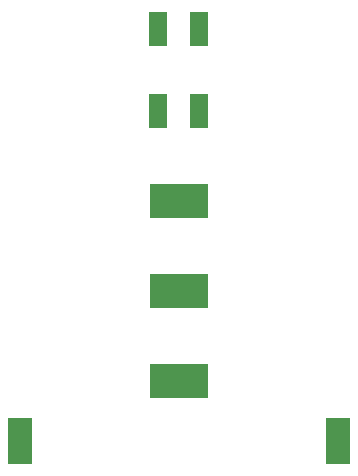
<source format=gtp>
G75*
G70*
%OFA0B0*%
%FSLAX24Y24*%
%IPPOS*%
%LPD*%
%AMOC8*
5,1,8,0,0,1.08239X$1,22.5*
%
%ADD10R,0.0591X0.1181*%
%ADD11R,0.1969X0.1181*%
%ADD12R,0.0787X0.1575*%
D10*
X009790Y012665D03*
X011165Y012665D03*
X011165Y015415D03*
X009790Y015415D03*
D11*
X010508Y009665D03*
X010508Y006665D03*
X010508Y003665D03*
D12*
X005209Y001665D03*
X015807Y001665D03*
M02*

</source>
